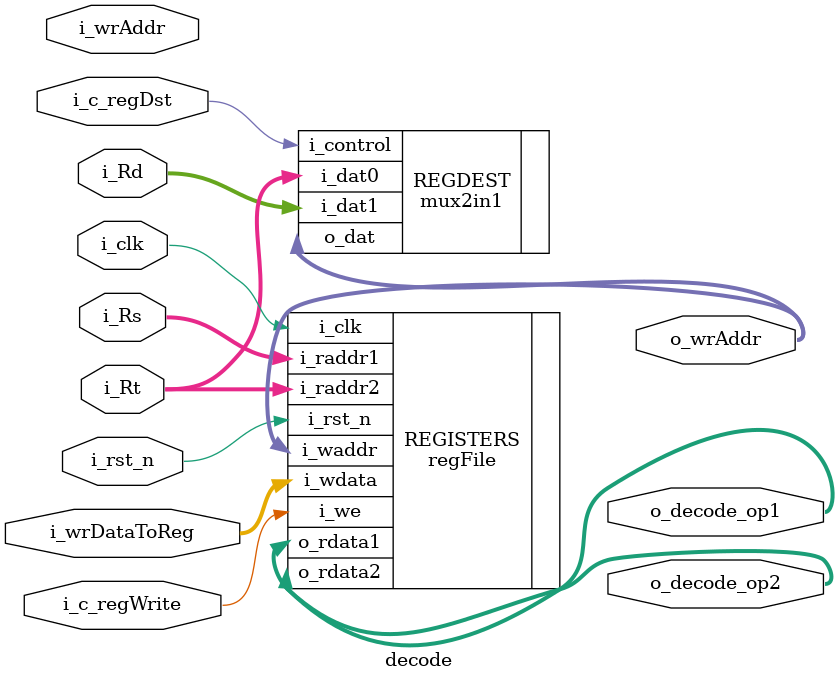
<source format=v>
module decode (i_clk, i_rst_n, i_c_regDst, i_c_regWrite, 
               i_Rs, i_Rt, i_Rd, i_wrDataToReg, i_wrAddr,
               o_decode_op1, o_decode_op2,o_wrAddr);
  
  input         i_clk, i_rst_n;
  input         i_c_regDst, i_c_regWrite; //control signal
  
  input  [4:0]  i_Rs;
  input  [4:0]  i_Rt; 
  input  [4:0]  i_Rd; //addr of reg in regFile
  
  input  [31:0] i_wrDataToReg; //data that need to be wrote into regFile
  input  [4:0]  i_wrAddr; //input of write address
  
  output [31:0] o_decode_op1; 
  output [31:0] o_decode_op2; //operandrs
  
  output [4:0]  o_wrAddr; //output of write address (need for corect pipelining)
    
  regFile REGISTERS(.i_clk    (i_clk), 
                      .i_rst_n  (i_rst_n),
                      .i_raddr1 (i_Rs), 
                      .i_raddr2 (i_Rt), 
                      .i_waddr  (o_wrAddr),
                      .i_wdata  (i_wrDataToReg), 
                      .i_we     (i_c_regWrite), 
                      .o_rdata1 (o_decode_op1),
                      .o_rdata2 (o_decode_op2)
                    );

  mux2in1 REGDEST ( 
                    .i_dat0(i_Rt), 
                    .i_dat1(i_Rd), 
                    .i_control(i_c_regDst), 
                    .o_dat(o_wrAddr)
                    );
  
endmodule

</source>
